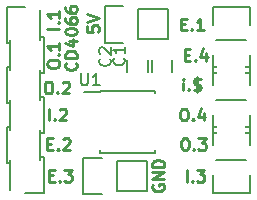
<source format=gto>
G04 #@! TF.FileFunction,Legend,Top*
%FSLAX46Y46*%
G04 Gerber Fmt 4.6, Leading zero omitted, Abs format (unit mm)*
G04 Created by KiCad (PCBNEW 4.0.4+e1-6308~48~ubuntu16.04.1-stable) date Thu Nov  3 23:07:18 2016*
%MOMM*%
%LPD*%
G01*
G04 APERTURE LIST*
%ADD10C,0.100000*%
%ADD11C,0.250000*%
%ADD12C,0.150000*%
%ADD13R,2.132000X2.132000*%
%ADD14O,2.132000X2.132000*%
%ADD15R,2.335200X2.335200*%
%ADD16R,1.550000X0.550000*%
%ADD17R,1.350000X1.100000*%
G04 APERTURE END LIST*
D10*
D11*
X215357143Y-92095238D02*
X215404762Y-92142857D01*
X215452381Y-92285714D01*
X215452381Y-92380952D01*
X215404762Y-92523810D01*
X215309524Y-92619048D01*
X215214286Y-92666667D01*
X215023810Y-92714286D01*
X214880952Y-92714286D01*
X214690476Y-92666667D01*
X214595238Y-92619048D01*
X214500000Y-92523810D01*
X214452381Y-92380952D01*
X214452381Y-92285714D01*
X214500000Y-92142857D01*
X214547619Y-92095238D01*
X215452381Y-91666667D02*
X214452381Y-91666667D01*
X214452381Y-91428572D01*
X214500000Y-91285714D01*
X214595238Y-91190476D01*
X214690476Y-91142857D01*
X214880952Y-91095238D01*
X215023810Y-91095238D01*
X215214286Y-91142857D01*
X215309524Y-91190476D01*
X215404762Y-91285714D01*
X215452381Y-91428572D01*
X215452381Y-91666667D01*
X214785714Y-90238095D02*
X215452381Y-90238095D01*
X214404762Y-90476191D02*
X215119048Y-90714286D01*
X215119048Y-90095238D01*
X214452381Y-89523810D02*
X214452381Y-89428571D01*
X214500000Y-89333333D01*
X214547619Y-89285714D01*
X214642857Y-89238095D01*
X214833333Y-89190476D01*
X215071429Y-89190476D01*
X215261905Y-89238095D01*
X215357143Y-89285714D01*
X215404762Y-89333333D01*
X215452381Y-89428571D01*
X215452381Y-89523810D01*
X215404762Y-89619048D01*
X215357143Y-89666667D01*
X215261905Y-89714286D01*
X215071429Y-89761905D01*
X214833333Y-89761905D01*
X214642857Y-89714286D01*
X214547619Y-89666667D01*
X214500000Y-89619048D01*
X214452381Y-89523810D01*
X214452381Y-88333333D02*
X214452381Y-88523810D01*
X214500000Y-88619048D01*
X214547619Y-88666667D01*
X214690476Y-88761905D01*
X214880952Y-88809524D01*
X215261905Y-88809524D01*
X215357143Y-88761905D01*
X215404762Y-88714286D01*
X215452381Y-88619048D01*
X215452381Y-88428571D01*
X215404762Y-88333333D01*
X215357143Y-88285714D01*
X215261905Y-88238095D01*
X215023810Y-88238095D01*
X214928571Y-88285714D01*
X214880952Y-88333333D01*
X214833333Y-88428571D01*
X214833333Y-88619048D01*
X214880952Y-88714286D01*
X214928571Y-88761905D01*
X215023810Y-88809524D01*
X214452381Y-87380952D02*
X214452381Y-87571429D01*
X214500000Y-87666667D01*
X214547619Y-87714286D01*
X214690476Y-87809524D01*
X214880952Y-87857143D01*
X215261905Y-87857143D01*
X215357143Y-87809524D01*
X215404762Y-87761905D01*
X215452381Y-87666667D01*
X215452381Y-87476190D01*
X215404762Y-87380952D01*
X215357143Y-87333333D01*
X215261905Y-87285714D01*
X215023810Y-87285714D01*
X214928571Y-87333333D01*
X214880952Y-87380952D01*
X214833333Y-87476190D01*
X214833333Y-87666667D01*
X214880952Y-87761905D01*
X214928571Y-87809524D01*
X215023810Y-87857143D01*
X224267829Y-88853971D02*
X224601163Y-88853971D01*
X224744020Y-89377781D02*
X224267829Y-89377781D01*
X224267829Y-88377781D01*
X224744020Y-88377781D01*
X225172591Y-89282543D02*
X225220210Y-89330162D01*
X225172591Y-89377781D01*
X225124972Y-89330162D01*
X225172591Y-89282543D01*
X225172591Y-89377781D01*
X226172591Y-89377781D02*
X225601162Y-89377781D01*
X225886876Y-89377781D02*
X225886876Y-88377781D01*
X225791638Y-88520638D01*
X225696400Y-88615876D01*
X225601162Y-88663495D01*
X224412276Y-95997781D02*
X224602753Y-95997781D01*
X224697991Y-96045400D01*
X224793229Y-96140638D01*
X224840848Y-96331114D01*
X224840848Y-96664448D01*
X224793229Y-96854924D01*
X224697991Y-96950162D01*
X224602753Y-96997781D01*
X224412276Y-96997781D01*
X224317038Y-96950162D01*
X224221800Y-96854924D01*
X224174181Y-96664448D01*
X224174181Y-96331114D01*
X224221800Y-96140638D01*
X224317038Y-96045400D01*
X224412276Y-95997781D01*
X225269419Y-96902543D02*
X225317038Y-96950162D01*
X225269419Y-96997781D01*
X225221800Y-96950162D01*
X225269419Y-96902543D01*
X225269419Y-96997781D01*
X226174181Y-96331114D02*
X226174181Y-96997781D01*
X225936085Y-95950162D02*
X225697990Y-96664448D01*
X226317038Y-96664448D01*
X224431315Y-94457781D02*
X224431315Y-93791114D01*
X224431315Y-93457781D02*
X224383696Y-93505400D01*
X224431315Y-93553019D01*
X224478934Y-93505400D01*
X224431315Y-93457781D01*
X224431315Y-93553019D01*
X224907505Y-94362543D02*
X224955124Y-94410162D01*
X224907505Y-94457781D01*
X224859886Y-94410162D01*
X224907505Y-94362543D01*
X224907505Y-94457781D01*
X225336076Y-94410162D02*
X225478933Y-94457781D01*
X225717029Y-94457781D01*
X225812267Y-94410162D01*
X225859886Y-94362543D01*
X225907505Y-94267305D01*
X225907505Y-94172067D01*
X225859886Y-94076829D01*
X225812267Y-94029210D01*
X225717029Y-93981590D01*
X225526552Y-93933971D01*
X225431314Y-93886352D01*
X225383695Y-93838733D01*
X225336076Y-93743495D01*
X225336076Y-93648257D01*
X225383695Y-93553019D01*
X225431314Y-93505400D01*
X225526552Y-93457781D01*
X225764648Y-93457781D01*
X225907505Y-93505400D01*
X225621790Y-93314924D02*
X225621790Y-94600638D01*
X224572629Y-91419371D02*
X224905963Y-91419371D01*
X225048820Y-91943181D02*
X224572629Y-91943181D01*
X224572629Y-90943181D01*
X225048820Y-90943181D01*
X225477391Y-91847943D02*
X225525010Y-91895562D01*
X225477391Y-91943181D01*
X225429772Y-91895562D01*
X225477391Y-91847943D01*
X225477391Y-91943181D01*
X226382153Y-91276514D02*
X226382153Y-91943181D01*
X226144057Y-90895562D02*
X225905962Y-91609848D01*
X226525010Y-91609848D01*
X224736115Y-102179381D02*
X224736115Y-101179381D01*
X225212305Y-102084143D02*
X225259924Y-102131762D01*
X225212305Y-102179381D01*
X225164686Y-102131762D01*
X225212305Y-102084143D01*
X225212305Y-102179381D01*
X225593257Y-101179381D02*
X226212305Y-101179381D01*
X225878971Y-101560333D01*
X226021829Y-101560333D01*
X226117067Y-101607952D01*
X226164686Y-101655571D01*
X226212305Y-101750810D01*
X226212305Y-101988905D01*
X226164686Y-102084143D01*
X226117067Y-102131762D01*
X226021829Y-102179381D01*
X225736114Y-102179381D01*
X225640876Y-102131762D01*
X225593257Y-102084143D01*
X224488476Y-98512381D02*
X224678953Y-98512381D01*
X224774191Y-98560000D01*
X224869429Y-98655238D01*
X224917048Y-98845714D01*
X224917048Y-99179048D01*
X224869429Y-99369524D01*
X224774191Y-99464762D01*
X224678953Y-99512381D01*
X224488476Y-99512381D01*
X224393238Y-99464762D01*
X224298000Y-99369524D01*
X224250381Y-99179048D01*
X224250381Y-98845714D01*
X224298000Y-98655238D01*
X224393238Y-98560000D01*
X224488476Y-98512381D01*
X225345619Y-99417143D02*
X225393238Y-99464762D01*
X225345619Y-99512381D01*
X225298000Y-99464762D01*
X225345619Y-99417143D01*
X225345619Y-99512381D01*
X225726571Y-98512381D02*
X226345619Y-98512381D01*
X226012285Y-98893333D01*
X226155143Y-98893333D01*
X226250381Y-98940952D01*
X226298000Y-98988571D01*
X226345619Y-99083810D01*
X226345619Y-99321905D01*
X226298000Y-99417143D01*
X226250381Y-99464762D01*
X226155143Y-99512381D01*
X225869428Y-99512381D01*
X225774190Y-99464762D01*
X225726571Y-99417143D01*
X213091829Y-101655571D02*
X213425163Y-101655571D01*
X213568020Y-102179381D02*
X213091829Y-102179381D01*
X213091829Y-101179381D01*
X213568020Y-101179381D01*
X213996591Y-102084143D02*
X214044210Y-102131762D01*
X213996591Y-102179381D01*
X213948972Y-102131762D01*
X213996591Y-102084143D01*
X213996591Y-102179381D01*
X214377543Y-101179381D02*
X214996591Y-101179381D01*
X214663257Y-101560333D01*
X214806115Y-101560333D01*
X214901353Y-101607952D01*
X214948972Y-101655571D01*
X214996591Y-101750810D01*
X214996591Y-101988905D01*
X214948972Y-102084143D01*
X214901353Y-102131762D01*
X214806115Y-102179381D01*
X214520400Y-102179381D01*
X214425162Y-102131762D01*
X214377543Y-102084143D01*
X212939429Y-98988571D02*
X213272763Y-98988571D01*
X213415620Y-99512381D02*
X212939429Y-99512381D01*
X212939429Y-98512381D01*
X213415620Y-98512381D01*
X213844191Y-99417143D02*
X213891810Y-99464762D01*
X213844191Y-99512381D01*
X213796572Y-99464762D01*
X213844191Y-99417143D01*
X213844191Y-99512381D01*
X214272762Y-98607619D02*
X214320381Y-98560000D01*
X214415619Y-98512381D01*
X214653715Y-98512381D01*
X214748953Y-98560000D01*
X214796572Y-98607619D01*
X214844191Y-98702857D01*
X214844191Y-98798095D01*
X214796572Y-98940952D01*
X214225143Y-99512381D01*
X214844191Y-99512381D01*
X213077515Y-96997781D02*
X213077515Y-95997781D01*
X213553705Y-96902543D02*
X213601324Y-96950162D01*
X213553705Y-96997781D01*
X213506086Y-96950162D01*
X213553705Y-96902543D01*
X213553705Y-96997781D01*
X213982276Y-96093019D02*
X214029895Y-96045400D01*
X214125133Y-95997781D01*
X214363229Y-95997781D01*
X214458467Y-96045400D01*
X214506086Y-96093019D01*
X214553705Y-96188257D01*
X214553705Y-96283495D01*
X214506086Y-96426352D01*
X213934657Y-96997781D01*
X214553705Y-96997781D01*
X212940476Y-93702381D02*
X213130953Y-93702381D01*
X213226191Y-93750000D01*
X213321429Y-93845238D01*
X213369048Y-94035714D01*
X213369048Y-94369048D01*
X213321429Y-94559524D01*
X213226191Y-94654762D01*
X213130953Y-94702381D01*
X212940476Y-94702381D01*
X212845238Y-94654762D01*
X212750000Y-94559524D01*
X212702381Y-94369048D01*
X212702381Y-94035714D01*
X212750000Y-93845238D01*
X212845238Y-93750000D01*
X212940476Y-93702381D01*
X213797619Y-94607143D02*
X213845238Y-94654762D01*
X213797619Y-94702381D01*
X213750000Y-94654762D01*
X213797619Y-94607143D01*
X213797619Y-94702381D01*
X214226190Y-93797619D02*
X214273809Y-93750000D01*
X214369047Y-93702381D01*
X214607143Y-93702381D01*
X214702381Y-93750000D01*
X214750000Y-93797619D01*
X214797619Y-93892857D01*
X214797619Y-93988095D01*
X214750000Y-94130952D01*
X214178571Y-94702381D01*
X214797619Y-94702381D01*
X212952381Y-92300324D02*
X212952381Y-92109847D01*
X213000000Y-92014609D01*
X213095238Y-91919371D01*
X213285714Y-91871752D01*
X213619048Y-91871752D01*
X213809524Y-91919371D01*
X213904762Y-92014609D01*
X213952381Y-92109847D01*
X213952381Y-92300324D01*
X213904762Y-92395562D01*
X213809524Y-92490800D01*
X213619048Y-92538419D01*
X213285714Y-92538419D01*
X213095238Y-92490800D01*
X213000000Y-92395562D01*
X212952381Y-92300324D01*
X213857143Y-91443181D02*
X213904762Y-91395562D01*
X213952381Y-91443181D01*
X213904762Y-91490800D01*
X213857143Y-91443181D01*
X213952381Y-91443181D01*
X213952381Y-90443181D02*
X213952381Y-91014610D01*
X213952381Y-90728896D02*
X212952381Y-90728896D01*
X213095238Y-90824134D01*
X213190476Y-90919372D01*
X213238095Y-91014610D01*
X213952381Y-89214285D02*
X212952381Y-89214285D01*
X213857143Y-88738095D02*
X213904762Y-88690476D01*
X213952381Y-88738095D01*
X213904762Y-88785714D01*
X213857143Y-88738095D01*
X213952381Y-88738095D01*
X213952381Y-87738095D02*
X213952381Y-88309524D01*
X213952381Y-88023810D02*
X212952381Y-88023810D01*
X213095238Y-88119048D01*
X213190476Y-88214286D01*
X213238095Y-88309524D01*
X216317581Y-88988876D02*
X216317581Y-89465067D01*
X216793771Y-89512686D01*
X216746152Y-89465067D01*
X216698533Y-89369829D01*
X216698533Y-89131733D01*
X216746152Y-89036495D01*
X216793771Y-88988876D01*
X216889010Y-88941257D01*
X217127105Y-88941257D01*
X217222343Y-88988876D01*
X217269962Y-89036495D01*
X217317581Y-89131733D01*
X217317581Y-89369829D01*
X217269962Y-89465067D01*
X217222343Y-89512686D01*
X216317581Y-88655543D02*
X217317581Y-88322210D01*
X216317581Y-87988876D01*
X221877000Y-102438104D02*
X221829381Y-102533342D01*
X221829381Y-102676199D01*
X221877000Y-102819057D01*
X221972238Y-102914295D01*
X222067476Y-102961914D01*
X222257952Y-103009533D01*
X222400810Y-103009533D01*
X222591286Y-102961914D01*
X222686524Y-102914295D01*
X222781762Y-102819057D01*
X222829381Y-102676199D01*
X222829381Y-102580961D01*
X222781762Y-102438104D01*
X222734143Y-102390485D01*
X222400810Y-102390485D01*
X222400810Y-102580961D01*
X222829381Y-101961914D02*
X221829381Y-101961914D01*
X222829381Y-101390485D01*
X221829381Y-101390485D01*
X222829381Y-100914295D02*
X221829381Y-100914295D01*
X221829381Y-100676200D01*
X221877000Y-100533342D01*
X221972238Y-100438104D01*
X222067476Y-100390485D01*
X222257952Y-100342866D01*
X222400810Y-100342866D01*
X222591286Y-100390485D01*
X222686524Y-100438104D01*
X222781762Y-100533342D01*
X222829381Y-100676200D01*
X222829381Y-100914295D01*
D12*
X220599000Y-87579200D02*
X223139000Y-87579200D01*
X217779000Y-87299200D02*
X219329000Y-87299200D01*
X220599000Y-87579200D02*
X220599000Y-90119200D01*
X219329000Y-90399200D02*
X217779000Y-90399200D01*
X217779000Y-90399200D02*
X217779000Y-87299200D01*
X220599000Y-90119200D02*
X223139000Y-90119200D01*
X223139000Y-90119200D02*
X223139000Y-87579200D01*
X218795600Y-100431600D02*
X221335600Y-100431600D01*
X215975600Y-100151600D02*
X217525600Y-100151600D01*
X218795600Y-100431600D02*
X218795600Y-102971600D01*
X217525600Y-103251600D02*
X215975600Y-103251600D01*
X215975600Y-103251600D02*
X215975600Y-100151600D01*
X218795600Y-102971600D02*
X221335600Y-102971600D01*
X221335600Y-102971600D02*
X221335600Y-100431600D01*
X209524000Y-87350000D02*
X211074000Y-87350000D01*
X211074000Y-90450000D02*
X209524000Y-90450000D01*
X209524000Y-90450000D02*
X209524000Y-87350000D01*
X212344000Y-90170000D02*
X212344000Y-87630000D01*
X230073800Y-87350000D02*
X230073800Y-88900000D01*
X226973800Y-88900000D02*
X226973800Y-87350000D01*
X226973800Y-87350000D02*
X230073800Y-87350000D01*
X227253800Y-90170000D02*
X229793800Y-90170000D01*
X212624000Y-98070000D02*
X211074000Y-98070000D01*
X211074000Y-94970000D02*
X212624000Y-94970000D01*
X212624000Y-94970000D02*
X212624000Y-98070000D01*
X209804000Y-95250000D02*
X209804000Y-97790000D01*
X209524000Y-97510000D02*
X211074000Y-97510000D01*
X211074000Y-100610000D02*
X209524000Y-100610000D01*
X209524000Y-100610000D02*
X209524000Y-97510000D01*
X212344000Y-100330000D02*
X212344000Y-97790000D01*
X226973800Y-103150000D02*
X226973800Y-101600000D01*
X230073800Y-101600000D02*
X230073800Y-103150000D01*
X230073800Y-103150000D02*
X226973800Y-103150000D01*
X229793800Y-100330000D02*
X227253800Y-100330000D01*
X212624000Y-103150000D02*
X211074000Y-103150000D01*
X211074000Y-100050000D02*
X212624000Y-100050000D01*
X212624000Y-100050000D02*
X212624000Y-103150000D01*
X209804000Y-100330000D02*
X209804000Y-102870000D01*
X230073800Y-92430000D02*
X230073800Y-93980000D01*
X226973800Y-93980000D02*
X226973800Y-92430000D01*
X226973800Y-92430000D02*
X230073800Y-92430000D01*
X227253800Y-95250000D02*
X229793800Y-95250000D01*
X226973800Y-92990000D02*
X226973800Y-91440000D01*
X230073800Y-91440000D02*
X230073800Y-92990000D01*
X230073800Y-92990000D02*
X226973800Y-92990000D01*
X229793800Y-90170000D02*
X227253800Y-90170000D01*
X212624000Y-92990000D02*
X211074000Y-92990000D01*
X211074000Y-89890000D02*
X212624000Y-89890000D01*
X212624000Y-89890000D02*
X212624000Y-92990000D01*
X209804000Y-90170000D02*
X209804000Y-92710000D01*
X209524000Y-92430000D02*
X211074000Y-92430000D01*
X211074000Y-95530000D02*
X209524000Y-95530000D01*
X209524000Y-95530000D02*
X209524000Y-92430000D01*
X212344000Y-95250000D02*
X212344000Y-92710000D01*
X230073800Y-97510000D02*
X230073800Y-99060000D01*
X226973800Y-99060000D02*
X226973800Y-97510000D01*
X226973800Y-97510000D02*
X230073800Y-97510000D01*
X227253800Y-100330000D02*
X229793800Y-100330000D01*
X226973800Y-98070000D02*
X226973800Y-96520000D01*
X230073800Y-96520000D02*
X230073800Y-98070000D01*
X230073800Y-98070000D02*
X226973800Y-98070000D01*
X229793800Y-95250000D02*
X227253800Y-95250000D01*
X217385000Y-94479200D02*
X217385000Y-94604200D01*
X222035000Y-94479200D02*
X222035000Y-94704200D01*
X222035000Y-99729200D02*
X222035000Y-99504200D01*
X217385000Y-99729200D02*
X217385000Y-99504200D01*
X217385000Y-94479200D02*
X222035000Y-94479200D01*
X217385000Y-99729200D02*
X222035000Y-99729200D01*
X217385000Y-94604200D02*
X216035000Y-94604200D01*
X221775700Y-91874200D02*
X221775700Y-92874200D01*
X223475700Y-92874200D02*
X223475700Y-91874200D01*
X219723600Y-91879800D02*
X219723600Y-92879800D01*
X221423600Y-92879800D02*
X221423600Y-91879800D01*
X215798095Y-93006581D02*
X215798095Y-93816105D01*
X215845714Y-93911343D01*
X215893333Y-93958962D01*
X215988571Y-94006581D01*
X216179048Y-94006581D01*
X216274286Y-93958962D01*
X216321905Y-93911343D01*
X216369524Y-93816105D01*
X216369524Y-93006581D01*
X217369524Y-94006581D02*
X216798095Y-94006581D01*
X217083809Y-94006581D02*
X217083809Y-93006581D01*
X216988571Y-93149438D01*
X216893333Y-93244676D01*
X216798095Y-93292295D01*
X219406743Y-91708266D02*
X219454362Y-91755885D01*
X219501981Y-91898742D01*
X219501981Y-91993980D01*
X219454362Y-92136838D01*
X219359124Y-92232076D01*
X219263886Y-92279695D01*
X219073410Y-92327314D01*
X218930552Y-92327314D01*
X218740076Y-92279695D01*
X218644838Y-92232076D01*
X218549600Y-92136838D01*
X218501981Y-91993980D01*
X218501981Y-91898742D01*
X218549600Y-91755885D01*
X218597219Y-91708266D01*
X219501981Y-90755885D02*
X219501981Y-91327314D01*
X219501981Y-91041600D02*
X218501981Y-91041600D01*
X218644838Y-91136838D01*
X218740076Y-91232076D01*
X218787695Y-91327314D01*
X218212943Y-91759066D02*
X218260562Y-91806685D01*
X218308181Y-91949542D01*
X218308181Y-92044780D01*
X218260562Y-92187638D01*
X218165324Y-92282876D01*
X218070086Y-92330495D01*
X217879610Y-92378114D01*
X217736752Y-92378114D01*
X217546276Y-92330495D01*
X217451038Y-92282876D01*
X217355800Y-92187638D01*
X217308181Y-92044780D01*
X217308181Y-91949542D01*
X217355800Y-91806685D01*
X217403419Y-91759066D01*
X217403419Y-91378114D02*
X217355800Y-91330495D01*
X217308181Y-91235257D01*
X217308181Y-90997161D01*
X217355800Y-90901923D01*
X217403419Y-90854304D01*
X217498657Y-90806685D01*
X217593895Y-90806685D01*
X217736752Y-90854304D01*
X218308181Y-91425733D01*
X218308181Y-90806685D01*
%LPC*%
D13*
X219329000Y-88849200D03*
D14*
X221869000Y-88849200D03*
D13*
X217525600Y-101701600D03*
D14*
X220065600Y-101701600D03*
D15*
X211074000Y-88900000D03*
X228523800Y-88900000D03*
X211074000Y-96520000D03*
X211074000Y-99060000D03*
X228523800Y-101600000D03*
X211074000Y-101600000D03*
X228523800Y-93980000D03*
X228523800Y-91440000D03*
X211074000Y-91440000D03*
X211074000Y-93980000D03*
X228523800Y-99060000D03*
X228523800Y-96520000D03*
D16*
X216760000Y-95154200D03*
X216760000Y-95804200D03*
X216760000Y-96454200D03*
X216760000Y-97104200D03*
X216760000Y-97754200D03*
X216760000Y-98404200D03*
X216760000Y-99054200D03*
X222660000Y-99054200D03*
X222660000Y-98404200D03*
X222660000Y-97754200D03*
X222660000Y-97104200D03*
X222660000Y-96454200D03*
X222660000Y-95804200D03*
X222660000Y-95154200D03*
D17*
X222625700Y-93374200D03*
X222625700Y-91374200D03*
X220573600Y-93379800D03*
X220573600Y-91379800D03*
M02*

</source>
